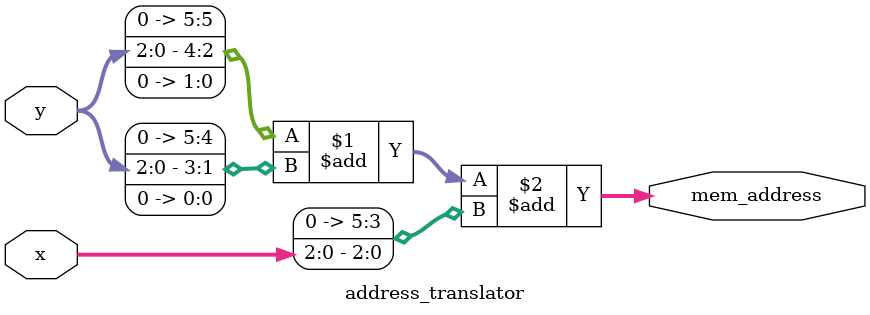
<source format=v>
`timescale 1ns/1ns

module find_stars
	( KEY, CLOCK_50,
		// The ports below are for the VGA output.  Do not change.
		VGA_CLK,   						//	VGA Clock
		VGA_HS,							//	VGA H_SYNC
		VGA_VS,							//	VGA V_SYNC
		VGA_BLANK_N,						//	VGA BLANK
		VGA_SYNC_N,						//	VGA SYNC
		VGA_R,   						//	VGA Red[9:0]
		VGA_G,	 						//	VGA Green[9:0]
		VGA_B   						//	VGA Blue[9:0]
	);
	input[1:0] KEY;
	input CLOCK_50;
	
	output			VGA_CLK;   				//	VGA Clock
	output			VGA_HS;					//	VGA H_SYNC
	output			VGA_VS;					//	VGA V_SYNC
	output			VGA_BLANK_N;				//	VGA BLANK
	output			VGA_SYNC_N;				//	VGA SYNC
	output	[7:0]	VGA_R;   				//	VGA Red[7:0] Changed from 10 to 8-bit DAC
	output	[7:0]	VGA_G;	 				//	VGA Green[7:0]
	output	[7:0]	VGA_B;   				//	VGA Blue[7:0]
	

	// Create an Instance of a VGA controller - there can be only one!
	// Define the number of colours as well as the initial background
	// image file (.MIF) for the controller.
	vga_adapter vga0(.resetn(KEY[0]), .clock(CLOCK_50),.VGA_R(VGA_R), .VGA_G(VGA_G), .VGA_B(VGA_B), .VGA_HS(VGA_HS), .VGA_VS(VGA_VS), .VGA_BLANK(VGA_BLANK_N), .VGA_SYNC(VGA_SYNC_N), .VGA_CLK(VGA_CLK));
	 
		defparam vga0.RESOLUTION = "160x120";
		defparam vga0.MONOCHROME = "FALSE";
		defparam vga0.BITS_PER_COLOUR_CHANNEL = 1;
		defparam vga0.BACKGROUND_IMAGE = "stars24Col.mif";
			
		

endmodule

//this module combines topDataPath and state_machine1
module findWhite(input[2:0] xIn, yIn, input clk, resetn, doneDraw, doneStarMap, output goDraw, goStarMap, plotEn);

	wire pLoad, countXEn, countYEn, wrEn, starFound, endOfImg, xMax, newRow;
	
	wire starFound_DL, starFound_Pulse; //added wires
	
	
	topDataPath topDP(.pLoad(pLoad), .xIn(xIn), .yIn(yIn), .countXEn(countXEn), .countYEn(countYEn), .newRow(newRow), 
							.clk(clk), .resetn(resetn), .wrEn(wrEn), .starFound(starFound), .endOfImg(endOfImg), .xMax(xMax),
							//added signals
							.starFound_DL(starFound_DL), .starFound_pulse(starFound_Pulse));
							
	
	state_machine1 fsm1(.resetn(resetn), .clk(clk), .starFound(starFound), .endOfImg(endOfImg), .newRow(newRow),
								.doneStarMap(doneStarMap), .xMax(xMax), .doneDraw(doneDraw), 
								.ld_count(pLoad), .countXEn(countXEn), .countYEn(countYEn), .plotEn(plotEn), 
								.goStarMap(goStarMap), .goDraw(goDraw), .wrEn(wrEn));

endmodule


module topDataPath(pLoad, xIn, yIn, countXEn, countYEn, newRow, clk, resetn, wrEn, starFound, endOfImg, xMax, starFound_DL, starFound_pulse);

		parameter xSz = 3;
		parameter ySz = 3;
		parameter addrSz = 6;
		parameter colSz = 3;
		
		localparam MAX_X = 3'd6;//max X size is 6 pixels
		localparam MAX_Y = 3'd6;
		
		//set the threshold for pixel value
		localparam THRESHOLD = 0;
		
		input clk, resetn;
		
		//write to memory if required (to blot out white pixels we've already checked)
		input wrEn;
		
		input pLoad;//parallel load counters
		input countXEn, countYEn; //enable for counters
		
		input newRow; //switching to a new row, so reset x Count to 0
		
		//input x and y coor to load counters if required
		input[xSz-1:0] xIn;
		input[ySz-1:0] yIn;
		
		output starFound;//1 if star is found, 0 if not
		output endOfImg;//have all pixels been visited?
		
		output xMax; //has end of row been reached?
		
		reg[xSz-1:0] xCount;//output wires for counters
		reg[ySz-1:0] yCount;
		
		wire[addrSz-1:0] addressOut;//address wire from translator
		
		wire[colSz-1:0] writeCol;//colour to write
		
		assign writeCol = 0;
		
		wire[colSz-1:0] pixVal;
		
		// Additional output/wires for starFound_pulse
		output starFound_pulse;
		output reg starFound_DL; // leave as output for now
		
		//instantiate the x counter
		always@(posedge clk) begin
			if(!resetn)
				xCount <= 0;
			else if(pLoad)
				xCount <= xIn;
			else if(newRow == 1)//reset count to avoid accessing undefined mem
				xCount <= 0;
			else if(countXEn)
				xCount <= xCount + 1;			
		end
		
		//instantiate the y counter
		always@(posedge clk) begin
			if(!resetn)
				yCount <= 0;
			else if(pLoad)
				yCount <= yIn;
			else if(yCount == MAX_Y-1)
				yCount <= 0;
			else if(countYEn)
				yCount <= yCount + 1;			
		end
		
		//if counts are maxxed, set endOfImage to 1
		assign endOfImg = (yCount == MAX_Y);
		
		assign xMax = (xCount == MAX_X-1);
		
		//instantiate address translator
		address_translator trans0(.x(xCount), .y(yCount), .mem_address(addressOut));
		
		//instantiate mem block
		ram36x3_1 ram0(.address(addressOut),.q(pixVal), .clock(clk), .wren(wrEn), .data(writeCol));
		
		assign starFound = (pixVal > THRESHOLD);
		
		assign starFound_pulse = (!starFound_DL) && (starFound);
		
		always@(posedge clk) begin
			if(starFound) begin
				starFound_DL <= 1'b1;
			end
			else begin
				starFound_DL <= 1'b0;
			end
		end
		

endmodule

module state_machine1(input resetn, clk, starFound, endOfImg, doneStarMap, xMax, doneDraw, 
								output reg ld_count, countXEn, countYEn, plotEn, goStarMap, goDraw, wrEn, newRow);

	reg [3:0] current_state, next_state; 
    
   localparam   RESET = 4'd0,
					 CHECK_COUNT  = 4'd1,
					 CHECK_PIX  = 4'd2,
					 INCR_X = 4'd3,
					 INCR_Y  = 4'd4,
					 MAP_STAR = 4'd5,
					 DRAW_SQ = 4'd6,
					 LOAD_COUNT = 4'd7,
					 END_OF_IMG = 4'd8,
					 OVERWRITE_STAR = 4'd9;//this state would turn star bkack so we dont check it again?
	
	//next state logic
	//change to sequential?
	always@(*)
	begin: state_table
		case(current_state)
			RESET: next_state = CHECK_COUNT;
			CHECK_COUNT: next_state = (endOfImg) ? END_OF_IMG : CHECK_PIX;
			CHECK_PIX: next_state = (starFound) ? MAP_STAR : INCR_X;
			INCR_X: next_state = (xMax) ? INCR_Y : CHECK_COUNT;
			INCR_Y: next_state = CHECK_COUNT;
			MAP_STAR: next_state = (doneStarMap) ? DRAW_SQ : MAP_STAR;
			DRAW_SQ: next_state = (doneDraw) ? LOAD_COUNT : DRAW_SQ;
			LOAD_COUNT: next_state = CHECK_COUNT;
			//OVERWRITE_STAR: next_state = ??;
			//END_OF_IMG: next_state = ??;
			default: next_state = CHECK_COUNT;
		
		endcase
	
	end
	
	
	//output logic/datapath control
	always@(*)
	begin: enable_signals
		ld_count = 1'b0;
		countXEn = 1'b0;
		countYEn = 1'b0;
		goStarMap = 1'b0;
		plotEn = 1'b0;
		goDraw = 1'b0;
		wrEn = 1'b0;
		newRow = 1'b0;
		
		case(current_state)
			INCR_X: begin
				countXEn = 1'b1;
			end
			INCR_Y: begin
				countYEn = 1'b1;
				newRow = 1'b1;
			end
			MAP_STAR: begin
				goStarMap = 1'b1;
			end
			DRAW_SQ: begin
				goDraw = 1'b1;
			end
			LOAD_COUNT: begin
				ld_count = 1'b1;
			end
		//END_OF_IMG: plotEn = 1'b1; ????
		//OVERWRITE_STAR: wrEn = 1'b1; ???
		
		endcase
	
	end
	
	//current state registers
	always@(posedge clk) begin
		if(!resetn)
			current_state <= RESET;
		else
			current_state <= next_state;
   end       

endmodule

/* This module converts a user specified coordinates into a memory address.
 * The output of the module depends on the resolution set by the user.
 */
module address_translator(x, y, mem_address);

	input [2:0] x; 
	input [2:0] y;	
	output [5:0] mem_address;
	
	/* The basic formula is address = y*WIDTH + x;
	 * For 320x240 resolution we can write 320 as (256 + 64). Memory address becomes
	 * (y*256) + (y*64) + x;
	 * This simplifies multiplication a simple shift and add operation.
	 * A leading 0 bit is added to each operand to ensure that they are treated as unsigned
	 * inputs. By default the use a '+' operator will generate a signed adder.
	 * Similarly, for 160x120 resolution we write 160 as 128+32.
	 */
	 //width = 6 = 4 + 2
	 //so address = (y*4) + (y*2) + x
	 assign mem_address = ({1'b0, y, 2'd0} + {1'b0, y, 1'd0} + {1'b0, x});
	

endmodule

</source>
